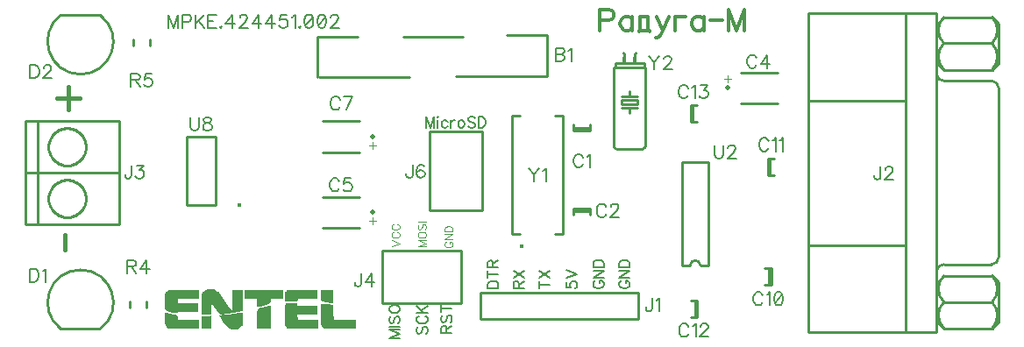
<source format=gbr>
G04 DipTrace 2.4.0.2*
%INÂåðõíÿÿìàðêèðîâêà.gbr*%
%MOIN*%
%ADD10C,0.0098*%
%ADD12C,0.003*%
%ADD14C,0.0197*%
%ADD37C,0.0154*%
%ADD104C,0.0077*%
%ADD105C,0.0062*%
%ADD107C,0.0124*%
%ADD108C,0.0046*%
%FSLAX44Y44*%
G04*
G70*
G90*
G75*
G01*
%LNTopSilk*%
%LPD*%
X18530Y15562D2*
D10*
X20813D1*
X22467Y15601D2*
X24002D1*
Y14066D1*
X20538D2*
X23963D1*
X15262Y15562D2*
X16798D1*
X15341Y14027D2*
X18766D1*
X15262Y15562D2*
Y14027D1*
X25643Y12070D2*
X25014D1*
X25643Y11995D2*
X25014D1*
X25643D2*
Y12231D1*
X25014Y11995D2*
Y12231D1*
Y8929D2*
X25643D1*
X25014Y9004D2*
X25643D1*
X25014D2*
Y8768D1*
X25643Y9004D2*
Y8768D1*
X31358Y14193D2*
X32776D1*
X31358Y13012D2*
X32776D1*
D14*
X30866Y13602D3*
X16878Y8284D2*
D10*
X15460D1*
X16878Y9465D2*
X15460D1*
D14*
X17370Y8875D3*
X16884Y11159D2*
D10*
X15467D1*
X16884Y12340D2*
X15467D1*
D14*
X17376Y11750D3*
X32448Y6752D2*
D10*
Y6123D1*
X32523Y6752D2*
Y6123D1*
Y6752D2*
X32287D1*
X32523Y6123D2*
X32287D1*
X32475Y10299D2*
Y10928D1*
X32401Y10299D2*
Y10928D1*
Y10299D2*
X32637D1*
X32401Y10928D2*
X32637D1*
X29622Y5513D2*
Y4884D1*
X29696Y5513D2*
Y4884D1*
Y5513D2*
X29460D1*
X29696Y4884D2*
X29460D1*
X29546Y12310D2*
Y12939D1*
X29472Y12310D2*
Y12939D1*
Y12310D2*
X29707D1*
X29472Y12939D2*
X29707D1*
X7015Y4437D2*
X5516D1*
X7018Y4439D2*
G03X5513Y4439I-752J998D01*
G01*
X5516Y16374D2*
X7015D1*
X5513Y16372D2*
G03X7018Y16372I752J-998D01*
G01*
X27455Y4812D2*
X21456D1*
Y5812D1*
X27455D1*
Y4812D1*
X40924Y5458D2*
G03X40924Y6464I-523J503D01*
G01*
Y4463D2*
G03X40924Y5458I-508J497D01*
G01*
X39091D2*
G03X39091Y4463I483J-497D01*
G01*
Y6464D2*
G03X39091Y5458I498J-503D01*
G01*
X40924Y15304D2*
G03X40924Y16298I-508J497D01*
G01*
Y14297D2*
G03X40924Y15304I-523J503D01*
G01*
X39091D2*
G03X39091Y14297I498J-503D01*
G01*
Y16298D2*
G03X39091Y15304I483J-497D01*
G01*
X40902Y6888D2*
G03X41178Y7167I-6J281D01*
G01*
X39091Y6888D2*
G03X38816Y6622I-14J-261D01*
G01*
X41178Y13594D2*
G03X40902Y13873I-281J-2D01*
G01*
X38816Y14140D2*
G03X39091Y13873I261J-6D01*
G01*
Y6464D2*
X38838Y6209D1*
X39091Y6464D2*
X40924D1*
X41178Y6209D1*
Y4706D1*
X40924Y4463D1*
X40424D2*
X40504D1*
X39091D2*
X40924D1*
X38838Y4706D2*
X39091Y4463D1*
Y5458D2*
X40924D1*
X39091Y16298D2*
X38838Y16056D1*
X39091Y16298D2*
X40924D1*
X41178Y16056D1*
Y14552D1*
X40924Y14297D1*
X40424D2*
X40504D1*
X39091D2*
X40924D1*
X38838Y14552D2*
X39091Y14297D1*
Y15304D2*
X40924D1*
X39091Y6888D2*
X40902D1*
X39091Y13873D2*
X40902D1*
X33933Y13133D2*
X37635D1*
X38816Y16444D2*
Y4318D1*
X33933Y7628D2*
X37635D1*
X33933Y16444D2*
Y4318D1*
X41178Y13594D2*
Y7167D1*
X33933Y16444D2*
X38816D1*
X33933Y4318D2*
X38816D1*
X37635Y16444D2*
Y4318D1*
X4181Y8409D2*
X7724D1*
Y12346D1*
X4181D1*
Y8409D1*
X4653D2*
Y12307D1*
X4220Y10378D2*
X7685D1*
X5047Y9395D2*
X5049Y9444D1*
X5054Y9494D1*
X5063Y9542D1*
X5075Y9591D1*
X5090Y9638D1*
X5108Y9684D1*
X5130Y9728D1*
X5155Y9771D1*
X5182Y9812D1*
X5213Y9851D1*
X5246Y9888D1*
X5282Y9922D1*
X5319Y9954D1*
X5359Y9983D1*
X5401Y10010D1*
X5445Y10033D1*
X5490Y10053D1*
X5537Y10070D1*
X5584Y10084D1*
X5633Y10094D1*
X5682Y10101D1*
X5731Y10104D1*
X5780D1*
X5830Y10101D1*
X5879Y10094D1*
X5927Y10084D1*
X5975Y10070D1*
X6021Y10053D1*
X6066Y10033D1*
X6110Y10010D1*
X6152Y9983D1*
X6192Y9954D1*
X6230Y9922D1*
X6266Y9888D1*
X6299Y9851D1*
X6329Y9812D1*
X6357Y9771D1*
X6381Y9728D1*
X6403Y9684D1*
X6422Y9638D1*
X6437Y9591D1*
X6449Y9542D1*
X6458Y9494D1*
X6463Y9444D1*
X6464Y9395D1*
X6463Y9345D1*
X6458Y9296D1*
X6449Y9247D1*
X6437Y9199D1*
X6422Y9152D1*
X6403Y9106D1*
X6381Y9062D1*
X6357Y9019D1*
X6329Y8978D1*
X6299Y8939D1*
X6266Y8902D1*
X6230Y8867D1*
X6192Y8836D1*
X6152Y8806D1*
X6110Y8780D1*
X6066Y8757D1*
X6021Y8737D1*
X5975Y8720D1*
X5927Y8706D1*
X5879Y8696D1*
X5830Y8689D1*
X5780Y8685D1*
X5731D1*
X5682Y8689D1*
X5633Y8696D1*
X5584Y8706D1*
X5537Y8720D1*
X5490Y8737D1*
X5445Y8757D1*
X5401Y8780D1*
X5359Y8806D1*
X5319Y8836D1*
X5282Y8867D1*
X5246Y8902D1*
X5213Y8939D1*
X5182Y8978D1*
X5155Y9019D1*
X5130Y9062D1*
X5108Y9106D1*
X5090Y9152D1*
X5075Y9199D1*
X5063Y9247D1*
X5054Y9296D1*
X5049Y9345D1*
X5047Y9395D1*
Y11363D2*
X5049Y11413D1*
X5054Y11462D1*
X5063Y11511D1*
X5075Y11559D1*
X5090Y11606D1*
X5108Y11652D1*
X5130Y11697D1*
X5155Y11740D1*
X5182Y11781D1*
X5213Y11820D1*
X5246Y11856D1*
X5282Y11891D1*
X5319Y11923D1*
X5359Y11952D1*
X5401Y11978D1*
X5445Y12001D1*
X5490Y12022D1*
X5537Y12038D1*
X5584Y12052D1*
X5633Y12062D1*
X5682Y12069D1*
X5731Y12073D1*
X5780D1*
X5830Y12069D1*
X5879Y12062D1*
X5927Y12052D1*
X5975Y12038D1*
X6021Y12022D1*
X6066Y12001D1*
X6110Y11978D1*
X6152Y11952D1*
X6192Y11923D1*
X6230Y11891D1*
X6266Y11856D1*
X6299Y11820D1*
X6329Y11781D1*
X6357Y11740D1*
X6381Y11697D1*
X6403Y11652D1*
X6422Y11606D1*
X6437Y11559D1*
X6449Y11511D1*
X6458Y11462D1*
X6463Y11413D1*
X6464Y11363D1*
X6463Y11314D1*
X6458Y11265D1*
X6449Y11216D1*
X6437Y11168D1*
X6422Y11121D1*
X6403Y11075D1*
X6381Y11030D1*
X6357Y10987D1*
X6329Y10946D1*
X6299Y10907D1*
X6266Y10870D1*
X6230Y10836D1*
X6192Y10804D1*
X6152Y10775D1*
X6110Y10749D1*
X6066Y10725D1*
X6021Y10705D1*
X5975Y10688D1*
X5927Y10675D1*
X5879Y10664D1*
X5830Y10657D1*
X5780Y10654D1*
X5731D1*
X5682Y10657D1*
X5633Y10664D1*
X5584Y10675D1*
X5537Y10688D1*
X5490Y10705D1*
X5445Y10725D1*
X5401Y10749D1*
X5359Y10775D1*
X5319Y10804D1*
X5282Y10836D1*
X5246Y10870D1*
X5213Y10907D1*
X5182Y10946D1*
X5155Y10987D1*
X5130Y11030D1*
X5108Y11075D1*
X5090Y11121D1*
X5075Y11168D1*
X5063Y11216D1*
X5054Y11265D1*
X5049Y11314D1*
X5047Y11363D1*
X20736Y5429D2*
X17736D1*
Y7429D1*
X20736D1*
Y5429D1*
X21539Y11957D2*
X19539D1*
Y8957D1*
X21539D1*
Y11957D1*
X8768Y5245D2*
Y5481D1*
X8139Y5245D2*
Y5481D1*
X8264Y15441D2*
Y15206D1*
X8893Y15441D2*
Y15206D1*
X30152Y6844D2*
Y10780D1*
X29128Y6844D2*
Y10780D1*
X30152D2*
X29128D1*
X30152Y6844D2*
X29837D1*
X29443D2*
X29128D1*
X29837D2*
G03X29443Y6844I-197J0D01*
G01*
D37*
X12302Y9165D3*
X11410Y9155D2*
D10*
Y11753D1*
X10308Y9155D2*
Y11753D1*
X11410D2*
X10308D1*
X11410Y9155D2*
X10308D1*
D37*
X23026Y7572D3*
X22971Y8063D2*
D10*
X22676D1*
X24605Y12551D2*
X24310D1*
X24605Y8063D2*
Y12551D1*
Y8063D2*
X24310D1*
X22971Y12551D2*
X22676D1*
Y8063D2*
Y12551D1*
X27691Y14537D2*
X26591D1*
X26641Y11287D2*
G02X26541Y11387I0J100D01*
G01*
X27741D2*
G02X27641Y11287I-100J0D01*
G01*
X26641D1*
X26591Y14537D2*
Y14387D1*
X26541D2*
X26591D1*
X26541D2*
Y11387D1*
X27691Y14537D2*
Y14387D1*
X27741D2*
X27691D1*
X27741D2*
Y11387D1*
X26591Y14387D2*
X27691D1*
G36*
X27021Y14787D2*
X26861D1*
Y14557D1*
X27021D1*
Y14787D1*
G37*
G36*
X27421D2*
X27261D1*
Y14557D1*
X27421D1*
Y14787D1*
G37*
X26944Y14892D2*
D10*
X26941Y14737D1*
X27341Y14887D2*
Y14787D1*
X26944Y14892D2*
X26905Y14951D1*
X27377D2*
X27338Y14892D1*
X27441Y12987D2*
Y13137D1*
X26841D2*
X27441D1*
X26841D2*
Y12987D1*
X27441D2*
X26841D1*
X27441Y12837D2*
X27141D1*
X27441Y13287D2*
X27141D1*
Y13487D1*
Y13287D2*
X26841D1*
X27141Y12837D2*
Y12637D1*
Y12837D2*
X26841D1*
X11094Y5954D2*
D12*
X11304D1*
X9598Y5924D2*
X10735D1*
X11027D2*
X11359D1*
X12052D2*
X12411D1*
X12501D2*
X13937D1*
X14117D2*
X15254D1*
X15403D2*
X15852D1*
X9559Y5894D2*
X10735D1*
X10972D2*
X11409D1*
X12052D2*
X12411D1*
X12501D2*
X13937D1*
X14088D2*
X15254D1*
X15403D2*
X15852D1*
X9530Y5865D2*
X10735D1*
X10933D2*
X11452D1*
X12052D2*
X12411D1*
X12501D2*
X13937D1*
X14063D2*
X15254D1*
X15403D2*
X15852D1*
X9508Y5835D2*
X10735D1*
X10903D2*
X11488D1*
X12052D2*
X12411D1*
X12501D2*
X13937D1*
X14045D2*
X15254D1*
X15403D2*
X15852D1*
X9494Y5805D2*
X10735D1*
X10889D2*
X11516D1*
X12052D2*
X12411D1*
X12501D2*
X13937D1*
X14035D2*
X15254D1*
X15403D2*
X15852D1*
X9485Y5775D2*
X10735D1*
X10877D2*
X11541D1*
X12052D2*
X12411D1*
X12501D2*
X13937D1*
X14030D2*
X15254D1*
X15403D2*
X15852D1*
X9481Y5745D2*
X10735D1*
X10867D2*
X11562D1*
X12052D2*
X12411D1*
X12501D2*
X13937D1*
X14028D2*
X15254D1*
X15403D2*
X15852D1*
X9480Y5715D2*
X10735D1*
X10861D2*
X11584D1*
X12052D2*
X12411D1*
X12501D2*
X13937D1*
X14027D2*
X15254D1*
X15403D2*
X15852D1*
X9479Y5685D2*
X10735D1*
X10857D2*
X11607D1*
X12052D2*
X12411D1*
X12501D2*
X13937D1*
X14027D2*
X15254D1*
X15403D2*
X15852D1*
X9479Y5655D2*
X10735D1*
X10856D2*
X11629D1*
X12052D2*
X12411D1*
X12501D2*
X13937D1*
X14027D2*
X15254D1*
X15403D2*
X15852D1*
X9479Y5625D2*
X10735D1*
X10855D2*
X11647D1*
X12052D2*
X12411D1*
X12501D2*
X13937D1*
X14027D2*
X15254D1*
X15403D2*
X15852D1*
X9479Y5595D2*
X9953D1*
X10855D2*
X11661D1*
X12052D2*
X12411D1*
X12980D2*
X13458D1*
X14027D2*
X14501D1*
X15403D2*
X15852D1*
X9479Y5565D2*
X9945D1*
X10855D2*
X11677D1*
X12052D2*
X12411D1*
X12980D2*
X13458D1*
X14027D2*
X14493D1*
X15404D2*
X15852D1*
X9479Y5535D2*
X9938D1*
X10855D2*
X11695D1*
X12052D2*
X12411D1*
X12980D2*
X13458D1*
X14027D2*
X14484D1*
X15415D2*
X15852D1*
X9479Y5506D2*
X9932D1*
X10855D2*
X11714D1*
X12052D2*
X12411D1*
X12980D2*
X13458D1*
X14027D2*
X14476D1*
X15484D2*
X15852D1*
X9479Y5476D2*
X9930D1*
X10855D2*
X11734D1*
X12052D2*
X12411D1*
X12980D2*
X13457D1*
X15606D2*
X15852D1*
X9479Y5446D2*
X9928D1*
X10855D2*
X11757D1*
X12052D2*
X12411D1*
X12980D2*
X13445D1*
X15762D2*
X15852D1*
X9479Y5416D2*
X10706D1*
X10855D2*
X11780D1*
X12052D2*
X12411D1*
X12980D2*
X13394D1*
X14087D2*
X14476D1*
X9479Y5386D2*
X10706D1*
X10855D2*
X11801D1*
X12052D2*
X12411D1*
X12980D2*
X13313D1*
X14059D2*
X14476D1*
X15403D2*
X15672D1*
X9479Y5356D2*
X10706D1*
X10855D2*
X11214D1*
X11310D2*
X11822D1*
X12052D2*
X12411D1*
X12980D2*
X13211D1*
X14039D2*
X14476D1*
X15403D2*
X15852D1*
X9479Y5326D2*
X10706D1*
X10855D2*
X11214D1*
X11322D2*
X11843D1*
X12052D2*
X12411D1*
X12980D2*
X13099D1*
X13428D2*
X13458D1*
X14032D2*
X15254D1*
X15403D2*
X15852D1*
X9479Y5296D2*
X10706D1*
X10855D2*
X11214D1*
X11341D2*
X11864D1*
X12052D2*
X12411D1*
X13298D2*
X13458D1*
X14029D2*
X15254D1*
X15403D2*
X15852D1*
X9479Y5266D2*
X10706D1*
X10855D2*
X11214D1*
X11362D2*
X11888D1*
X12052D2*
X12411D1*
X13182D2*
X13458D1*
X14028D2*
X15254D1*
X15403D2*
X15852D1*
X9479Y5236D2*
X10706D1*
X10855D2*
X11214D1*
X11383D2*
X11919D1*
X12052D2*
X12411D1*
X13092D2*
X13458D1*
X14027D2*
X15254D1*
X15403D2*
X15852D1*
X9480Y5206D2*
X10706D1*
X10855D2*
X11214D1*
X11403D2*
X11949D1*
X12051D2*
X12411D1*
X13024D2*
X13458D1*
X14027D2*
X15254D1*
X15403D2*
X15852D1*
X9492Y5176D2*
X10706D1*
X10855D2*
X11214D1*
X11424D2*
X11976D1*
X12046D2*
X12411D1*
X12997D2*
X13458D1*
X14027D2*
X15254D1*
X15403D2*
X15852D1*
X9549Y5146D2*
X10706D1*
X10855D2*
X11214D1*
X11445D2*
X11999D1*
X12036D2*
X12411D1*
X12988D2*
X13458D1*
X14027D2*
X15254D1*
X15403D2*
X15852D1*
X9639Y5117D2*
X10706D1*
X10855D2*
X11214D1*
X11470D2*
X12233D1*
X12983D2*
X13458D1*
X14027D2*
X15254D1*
X15403D2*
X15852D1*
X9748Y5087D2*
X9928D1*
X10855D2*
X11214D1*
X11501D2*
X12041D1*
X12981D2*
X13458D1*
X14027D2*
X15254D1*
X15403D2*
X15852D1*
X9479Y5057D2*
X9509D1*
X10855D2*
X11214D1*
X11537D2*
X11828D1*
X12291D2*
X12411D1*
X12980D2*
X13458D1*
X14027D2*
X15254D1*
X15403D2*
X15852D1*
X9479Y5027D2*
X9659D1*
X10855D2*
X11214D1*
X11573D2*
X11603D1*
X12107D2*
X12411D1*
X12980D2*
X13458D1*
X14027D2*
X15254D1*
X15403D2*
X15852D1*
X9479Y4997D2*
X9779D1*
X11917D2*
X12411D1*
X12980D2*
X13458D1*
X14027D2*
X14476D1*
X15403D2*
X15852D1*
X9479Y4967D2*
X9869D1*
X11728D2*
X12411D1*
X12980D2*
X13458D1*
X14027D2*
X14476D1*
X15403D2*
X15852D1*
X9479Y4937D2*
X9905D1*
X11214D2*
D3*
X11543D2*
X12411D1*
X12980D2*
X13458D1*
X14027D2*
X14477D1*
X15403D2*
X15853D1*
X9479Y4907D2*
X9922D1*
X10855D2*
X11214D1*
X11572D2*
X12411D1*
X12980D2*
X13458D1*
X14027D2*
X14481D1*
X15403D2*
X15857D1*
X9479Y4877D2*
X9935D1*
X10855D2*
X11214D1*
X11597D2*
X12411D1*
X12980D2*
X13458D1*
X14027D2*
X14488D1*
X15403D2*
X15864D1*
X9479Y4847D2*
X9946D1*
X10855D2*
X11214D1*
X11616D2*
X12411D1*
X12980D2*
X13458D1*
X14027D2*
X14495D1*
X15403D2*
X15872D1*
X9479Y4817D2*
X9953D1*
X10855D2*
X11214D1*
X11631D2*
X12411D1*
X12980D2*
X13458D1*
X14027D2*
X14501D1*
X15403D2*
X15878D1*
X9479Y4787D2*
X10735D1*
X10855D2*
X11214D1*
X11647D2*
X12411D1*
X12980D2*
X13458D1*
X14027D2*
X15283D1*
X15403D2*
X16690D1*
X9479Y4757D2*
X10735D1*
X10855D2*
X11214D1*
X11665D2*
X12411D1*
X12980D2*
X13458D1*
X14027D2*
X15283D1*
X15403D2*
X16690D1*
X9479Y4728D2*
X10735D1*
X10855D2*
X11214D1*
X11684D2*
X12411D1*
X12980D2*
X13458D1*
X14027D2*
X15283D1*
X15403D2*
X16690D1*
X9479Y4698D2*
X10735D1*
X10855D2*
X11214D1*
X11704D2*
X12411D1*
X12980D2*
X13458D1*
X14027D2*
X15283D1*
X15403D2*
X16690D1*
X9480Y4668D2*
X10735D1*
X10855D2*
X11214D1*
X11727D2*
X12411D1*
X12980D2*
X13458D1*
X14027D2*
X15283D1*
X15403D2*
X16690D1*
X9484Y4638D2*
X10735D1*
X10855D2*
X11214D1*
X11750D2*
X12411D1*
X12980D2*
X13458D1*
X14028D2*
X15283D1*
X15404D2*
X16690D1*
X9492Y4608D2*
X10735D1*
X10855D2*
X11214D1*
X11772D2*
X12411D1*
X12980D2*
X13458D1*
X14033D2*
X15283D1*
X15409D2*
X16690D1*
X9505Y4578D2*
X10735D1*
X10855D2*
X11214D1*
X11795D2*
X12351D1*
X12980D2*
X13458D1*
X14045D2*
X15283D1*
X15422D2*
X16690D1*
X9522Y4548D2*
X10735D1*
X10855D2*
X11214D1*
X11825D2*
X12333D1*
X12980D2*
X13458D1*
X14065D2*
X15283D1*
X15441D2*
X16690D1*
X9544Y4518D2*
X10735D1*
X10855D2*
X11214D1*
X11869D2*
X12302D1*
X12980D2*
X13458D1*
X14090D2*
X15283D1*
X15466D2*
X16690D1*
X9569Y4488D2*
X10735D1*
X10855D2*
X11214D1*
X11927D2*
X12256D1*
X12980D2*
X13458D1*
X14117D2*
X15283D1*
X15493D2*
X16690D1*
X11992Y4458D2*
X12202D1*
X11094Y5954D2*
X11027Y5924D1*
X10972Y5894D1*
X10933Y5865D1*
X10903Y5835D1*
X10889Y5805D1*
X10877Y5775D1*
X10867Y5745D1*
X10861Y5715D1*
X10857Y5685D1*
X10856Y5655D1*
X10855Y5625D1*
Y5595D1*
Y5565D1*
Y5535D1*
Y5506D1*
Y5476D1*
Y5446D1*
Y5416D1*
Y5386D1*
Y5356D1*
Y5326D1*
Y5296D1*
Y5266D1*
Y5236D1*
Y5206D1*
Y5176D1*
Y5146D1*
Y5117D1*
Y5087D1*
Y5057D1*
Y5027D1*
X11304Y5954D2*
X11359Y5924D1*
X11409Y5894D1*
X11452Y5865D1*
X11488Y5835D1*
X11516Y5805D1*
X11541Y5775D1*
X11562Y5745D1*
X11584Y5715D1*
X11607Y5685D1*
X11629Y5655D1*
X11647Y5625D1*
X11661Y5595D1*
X11677Y5565D1*
X11695Y5535D1*
X11714Y5506D1*
X11734Y5476D1*
X11757Y5446D1*
X11780Y5416D1*
X11801Y5386D1*
X11822Y5356D1*
X11843Y5326D1*
X11864Y5296D1*
X11888Y5266D1*
X11919Y5236D1*
X11949Y5206D1*
X11976Y5176D1*
X11999Y5146D1*
X12022Y5117D1*
X9598Y5924D2*
X9559Y5894D1*
X9530Y5865D1*
X9508Y5835D1*
X9494Y5805D1*
X9485Y5775D1*
X9481Y5745D1*
X9480Y5715D1*
X9479Y5685D1*
Y5655D1*
Y5625D1*
Y5595D1*
Y5565D1*
Y5535D1*
Y5506D1*
Y5476D1*
Y5446D1*
Y5416D1*
Y5386D1*
Y5356D1*
Y5326D1*
Y5296D1*
Y5266D1*
Y5236D1*
X9480Y5206D1*
X9492Y5176D1*
X9549Y5146D1*
X9639Y5117D1*
X9748Y5087D1*
X10735Y5924D2*
Y5894D1*
Y5865D1*
Y5835D1*
Y5805D1*
Y5775D1*
Y5745D1*
Y5715D1*
Y5685D1*
Y5655D1*
Y5625D1*
X12052Y5924D2*
Y5894D1*
Y5865D1*
Y5835D1*
Y5805D1*
Y5775D1*
Y5745D1*
Y5715D1*
Y5685D1*
Y5655D1*
Y5625D1*
Y5595D1*
Y5565D1*
Y5535D1*
Y5506D1*
Y5476D1*
Y5446D1*
Y5416D1*
Y5386D1*
Y5356D1*
Y5326D1*
Y5296D1*
Y5266D1*
Y5236D1*
X12051Y5206D1*
X12046Y5176D1*
X12036Y5146D1*
X12022Y5117D1*
X12411Y5924D2*
Y5894D1*
Y5865D1*
Y5835D1*
Y5805D1*
Y5775D1*
Y5745D1*
Y5715D1*
Y5685D1*
Y5655D1*
Y5625D1*
Y5595D1*
Y5565D1*
Y5535D1*
Y5506D1*
Y5476D1*
Y5446D1*
Y5416D1*
Y5386D1*
Y5356D1*
Y5326D1*
Y5296D1*
Y5266D1*
Y5236D1*
Y5206D1*
Y5176D1*
Y5146D1*
X12233Y5117D1*
X12041Y5087D1*
X11828Y5057D1*
X11603Y5027D1*
X12501Y5924D2*
Y5894D1*
Y5865D1*
Y5835D1*
Y5805D1*
Y5775D1*
Y5745D1*
Y5715D1*
Y5685D1*
Y5655D1*
Y5625D1*
X13937Y5924D2*
Y5894D1*
Y5865D1*
Y5835D1*
Y5805D1*
Y5775D1*
Y5745D1*
Y5715D1*
Y5685D1*
Y5655D1*
Y5625D1*
X14117Y5924D2*
X14088Y5894D1*
X14063Y5865D1*
X14045Y5835D1*
X14035Y5805D1*
X14030Y5775D1*
X14028Y5745D1*
X14027Y5715D1*
Y5685D1*
Y5655D1*
Y5625D1*
Y5595D1*
Y5565D1*
Y5535D1*
Y5506D1*
X15254Y5924D2*
Y5894D1*
Y5865D1*
Y5835D1*
Y5805D1*
Y5775D1*
Y5745D1*
Y5715D1*
Y5685D1*
Y5655D1*
Y5625D1*
X15403Y5924D2*
Y5894D1*
Y5865D1*
Y5835D1*
Y5805D1*
Y5775D1*
Y5745D1*
Y5715D1*
Y5685D1*
Y5655D1*
Y5625D1*
Y5595D1*
X15404Y5565D1*
X15415Y5535D1*
X15484Y5506D1*
X15606Y5476D1*
X15762Y5446D1*
X15852Y5924D2*
Y5894D1*
Y5865D1*
Y5835D1*
Y5805D1*
Y5775D1*
Y5745D1*
Y5715D1*
Y5685D1*
Y5655D1*
Y5625D1*
Y5595D1*
Y5565D1*
Y5535D1*
Y5506D1*
Y5476D1*
Y5446D1*
X9957Y5625D2*
X9953Y5595D1*
X9945Y5565D1*
X9938Y5535D1*
X9932Y5506D1*
X9930Y5476D1*
X9928Y5446D1*
Y5416D1*
X12980Y5625D2*
Y5595D1*
Y5565D1*
Y5535D1*
Y5506D1*
Y5476D1*
Y5446D1*
Y5416D1*
Y5386D1*
Y5356D1*
Y5326D1*
X13458Y5625D2*
Y5595D1*
Y5565D1*
Y5535D1*
Y5506D1*
X13457Y5476D1*
X13445Y5446D1*
X13394Y5416D1*
X13313Y5386D1*
X13211Y5356D1*
X13099Y5326D1*
X14506Y5625D2*
X14501Y5595D1*
X14493Y5565D1*
X14484Y5535D1*
X14476Y5506D1*
X10706Y5416D2*
Y5386D1*
Y5356D1*
Y5326D1*
Y5296D1*
Y5266D1*
Y5236D1*
Y5206D1*
Y5176D1*
Y5146D1*
Y5117D1*
X14087Y5416D2*
X14059Y5386D1*
X14039Y5356D1*
X14032Y5326D1*
X14029Y5296D1*
X14028Y5266D1*
X14027Y5236D1*
Y5206D1*
Y5176D1*
Y5146D1*
Y5117D1*
Y5087D1*
Y5057D1*
Y5027D1*
Y4997D1*
Y4967D1*
Y4937D1*
Y4907D1*
Y4877D1*
Y4847D1*
Y4817D1*
Y4787D1*
Y4757D1*
Y4728D1*
Y4698D1*
Y4668D1*
X14028Y4638D1*
X14033Y4608D1*
X14045Y4578D1*
X14065Y4548D1*
X14090Y4518D1*
X14117Y4488D1*
X14476Y5416D2*
Y5386D1*
Y5356D1*
Y5326D1*
X15403Y5386D2*
Y5356D1*
Y5326D1*
Y5296D1*
Y5266D1*
Y5236D1*
Y5206D1*
Y5176D1*
Y5146D1*
Y5117D1*
Y5087D1*
Y5057D1*
Y5027D1*
Y4997D1*
Y4967D1*
Y4937D1*
Y4907D1*
Y4877D1*
Y4847D1*
Y4817D1*
Y4787D1*
Y4757D1*
Y4728D1*
Y4698D1*
Y4668D1*
X15404Y4638D1*
X15409Y4608D1*
X15422Y4578D1*
X15441Y4548D1*
X15466Y4518D1*
X15493Y4488D1*
X15672Y5386D2*
X15852Y5356D1*
Y5326D1*
Y5296D1*
Y5266D1*
Y5236D1*
Y5206D1*
Y5176D1*
Y5146D1*
Y5117D1*
Y5087D1*
Y5057D1*
Y5027D1*
Y4997D1*
Y4967D1*
X15853Y4937D1*
X15857Y4907D1*
X15864Y4877D1*
X15872Y4847D1*
X15878Y4817D1*
X15882Y4787D1*
X11214Y5386D2*
Y5356D1*
Y5326D1*
Y5296D1*
Y5266D1*
Y5236D1*
Y5206D1*
Y5176D1*
Y5146D1*
Y5117D1*
Y5087D1*
Y5057D1*
Y5027D1*
X11304Y5386D2*
X11310Y5356D1*
X11322Y5326D1*
X11341Y5296D1*
X11362Y5266D1*
X11383Y5236D1*
X11403Y5206D1*
X11424Y5176D1*
X11445Y5146D1*
X11470Y5117D1*
X11501Y5087D1*
X11537Y5057D1*
X11573Y5027D1*
X13428Y5326D2*
X13298Y5296D1*
X13182Y5266D1*
X13092Y5236D1*
X13024Y5206D1*
X12997Y5176D1*
X12988Y5146D1*
X12983Y5117D1*
X12981Y5087D1*
X12980Y5057D1*
Y5027D1*
Y4997D1*
Y4967D1*
Y4937D1*
Y4907D1*
Y4877D1*
Y4847D1*
Y4817D1*
Y4787D1*
Y4757D1*
Y4728D1*
Y4698D1*
Y4668D1*
Y4638D1*
Y4608D1*
Y4578D1*
Y4548D1*
Y4518D1*
Y4488D1*
X13458Y5326D2*
Y5296D1*
Y5266D1*
Y5236D1*
Y5206D1*
Y5176D1*
Y5146D1*
Y5117D1*
Y5087D1*
Y5057D1*
Y5027D1*
Y4997D1*
Y4967D1*
Y4937D1*
Y4907D1*
Y4877D1*
Y4847D1*
Y4817D1*
Y4787D1*
Y4757D1*
Y4728D1*
Y4698D1*
Y4668D1*
Y4638D1*
Y4608D1*
Y4578D1*
Y4548D1*
Y4518D1*
Y4488D1*
X15254Y5326D2*
Y5296D1*
Y5266D1*
Y5236D1*
Y5206D1*
Y5176D1*
Y5146D1*
Y5117D1*
Y5087D1*
Y5057D1*
Y5027D1*
X9957Y5117D2*
X9928Y5087D1*
X9479Y5057D2*
Y5027D1*
Y4997D1*
Y4967D1*
Y4937D1*
Y4907D1*
Y4877D1*
Y4847D1*
Y4817D1*
Y4787D1*
Y4757D1*
Y4728D1*
Y4698D1*
X9480Y4668D1*
X9484Y4638D1*
X9492Y4608D1*
X9505Y4578D1*
X9522Y4548D1*
X9544Y4518D1*
X9569Y4488D1*
X9509Y5057D2*
X9659Y5027D1*
X9779Y4997D1*
X9869Y4967D1*
X9905Y4937D1*
X9922Y4907D1*
X9935Y4877D1*
X9946Y4847D1*
X9953Y4817D1*
X9957Y4787D1*
X12291Y5057D2*
X12107Y5027D1*
X11917Y4997D1*
X11728Y4967D1*
X11543Y4937D1*
X11572Y4907D1*
X11597Y4877D1*
X11616Y4847D1*
X11631Y4817D1*
X11647Y4787D1*
X11665Y4757D1*
X11684Y4728D1*
X11704Y4698D1*
X11727Y4668D1*
X11750Y4638D1*
X11772Y4608D1*
X11795Y4578D1*
X11825Y4548D1*
X11869Y4518D1*
X11927Y4488D1*
X11992Y4458D1*
X12411Y5057D2*
Y5027D1*
Y4997D1*
Y4967D1*
Y4937D1*
Y4907D1*
Y4877D1*
Y4847D1*
Y4817D1*
Y4787D1*
Y4757D1*
Y4728D1*
Y4698D1*
Y4668D1*
Y4638D1*
Y4608D1*
Y4578D1*
X12351D1*
X12333Y4548D1*
X12302Y4518D1*
X12256Y4488D1*
X12202Y4458D1*
X14476Y5027D2*
Y4997D1*
Y4967D1*
X14477Y4937D1*
X14481Y4907D1*
X14488Y4877D1*
X14495Y4847D1*
X14501Y4817D1*
X14506Y4787D1*
X11214Y4937D2*
Y4907D1*
X10855D2*
Y4877D1*
Y4847D1*
Y4817D1*
Y4787D1*
Y4757D1*
Y4728D1*
Y4698D1*
Y4668D1*
Y4638D1*
Y4608D1*
Y4578D1*
Y4548D1*
Y4518D1*
Y4488D1*
X11214Y4907D2*
Y4877D1*
Y4847D1*
Y4817D1*
Y4787D1*
Y4757D1*
Y4728D1*
Y4698D1*
Y4668D1*
Y4638D1*
Y4608D1*
Y4578D1*
Y4548D1*
Y4518D1*
Y4488D1*
X10735Y4787D2*
Y4757D1*
Y4728D1*
Y4698D1*
Y4668D1*
Y4638D1*
Y4608D1*
Y4578D1*
Y4548D1*
Y4518D1*
Y4488D1*
X15283Y4787D2*
Y4757D1*
Y4728D1*
Y4698D1*
Y4668D1*
Y4638D1*
Y4608D1*
Y4578D1*
Y4548D1*
Y4518D1*
Y4488D1*
X16690Y4787D2*
Y4757D1*
Y4728D1*
Y4698D1*
Y4668D1*
Y4638D1*
Y4608D1*
Y4578D1*
Y4548D1*
Y4518D1*
Y4488D1*
X24328Y15125D2*
D104*
Y14623D1*
X24544D1*
X24616Y14647D1*
X24639Y14671D1*
X24663Y14718D1*
Y14790D1*
X24639Y14838D1*
X24616Y14862D1*
X24544Y14886D1*
X24616Y14910D1*
X24639Y14934D1*
X24663Y14982D1*
Y15030D1*
X24639Y15077D1*
X24616Y15102D1*
X24544Y15125D1*
X24328D1*
Y14886D2*
X24544D1*
X24818Y15029D2*
X24866Y15053D1*
X24938Y15125D1*
Y14623D1*
X25368Y10963D2*
X25344Y11011D1*
X25296Y11059D1*
X25249Y11083D1*
X25153D1*
X25105Y11059D1*
X25057Y11011D1*
X25033Y10963D1*
X25009Y10891D1*
Y10771D1*
X25033Y10700D1*
X25057Y10652D1*
X25105Y10605D1*
X25153Y10580D1*
X25249D1*
X25296Y10605D1*
X25344Y10652D1*
X25368Y10700D1*
X25522Y10986D2*
X25570Y11011D1*
X25642Y11082D1*
Y10580D1*
X26249Y9076D2*
X26225Y9123D1*
X26177Y9172D1*
X26130Y9195D1*
X26034D1*
X25986Y9172D1*
X25939Y9123D1*
X25914Y9076D1*
X25890Y9004D1*
Y8884D1*
X25914Y8813D1*
X25939Y8765D1*
X25986Y8717D1*
X26034Y8693D1*
X26130D1*
X26177Y8717D1*
X26225Y8765D1*
X26249Y8813D1*
X26428Y9075D2*
Y9099D1*
X26452Y9147D1*
X26475Y9171D1*
X26523Y9195D1*
X26619D1*
X26667Y9171D1*
X26690Y9147D1*
X26715Y9099D1*
Y9052D1*
X26690Y9004D1*
X26643Y8932D1*
X26404Y8693D1*
X26738D1*
X31970Y14747D2*
X31946Y14794D1*
X31898Y14842D1*
X31851Y14866D1*
X31755D1*
X31707Y14842D1*
X31659Y14794D1*
X31635Y14747D1*
X31611Y14675D1*
Y14555D1*
X31635Y14484D1*
X31659Y14436D1*
X31707Y14388D1*
X31755Y14364D1*
X31851D1*
X31898Y14388D1*
X31946Y14436D1*
X31970Y14484D1*
X32364Y14364D2*
Y14866D1*
X32124Y14531D1*
X32483D1*
X16105Y10050D2*
X16081Y10097D1*
X16033Y10145D1*
X15986Y10169D1*
X15890D1*
X15842Y10145D1*
X15794Y10097D1*
X15770Y10050D1*
X15746Y9978D1*
Y9858D1*
X15770Y9787D1*
X15794Y9739D1*
X15842Y9691D1*
X15890Y9667D1*
X15986D1*
X16033Y9691D1*
X16081Y9739D1*
X16105Y9787D1*
X16546Y10169D2*
X16307D1*
X16284Y9954D1*
X16307Y9977D1*
X16379Y10002D1*
X16451D1*
X16522Y9977D1*
X16571Y9930D1*
X16594Y9858D1*
Y9810D1*
X16571Y9739D1*
X16522Y9690D1*
X16451Y9667D1*
X16379D1*
X16307Y9690D1*
X16284Y9715D1*
X16259Y9762D1*
X16130Y13157D2*
X16106Y13205D1*
X16058Y13253D1*
X16011Y13277D1*
X15915D1*
X15867Y13253D1*
X15820Y13205D1*
X15795Y13157D1*
X15771Y13086D1*
Y12966D1*
X15795Y12894D1*
X15820Y12846D1*
X15867Y12799D1*
X15915Y12774D1*
X16011D1*
X16058Y12799D1*
X16106Y12846D1*
X16130Y12894D1*
X16380Y12774D2*
X16619Y13276D1*
X16285D1*
X32203Y5717D2*
X32179Y5764D1*
X32131Y5812D1*
X32083Y5836D1*
X31988D1*
X31940Y5812D1*
X31892Y5764D1*
X31868Y5717D1*
X31844Y5645D1*
Y5525D1*
X31868Y5454D1*
X31892Y5406D1*
X31940Y5358D1*
X31988Y5334D1*
X32083D1*
X32131Y5358D1*
X32179Y5406D1*
X32203Y5454D1*
X32357Y5740D2*
X32405Y5764D1*
X32477Y5836D1*
Y5334D1*
X32775Y5836D2*
X32703Y5812D1*
X32655Y5740D1*
X32631Y5621D1*
Y5549D1*
X32655Y5429D1*
X32703Y5357D1*
X32775Y5334D1*
X32823D1*
X32894Y5357D1*
X32942Y5429D1*
X32966Y5549D1*
Y5621D1*
X32942Y5740D1*
X32894Y5812D1*
X32823Y5836D1*
X32775D1*
X32942Y5740D2*
X32655Y5429D1*
X32424Y11581D2*
X32400Y11629D1*
X32352Y11677D1*
X32304Y11700D1*
X32209D1*
X32161Y11677D1*
X32113Y11629D1*
X32089Y11581D1*
X32065Y11509D1*
Y11389D1*
X32089Y11318D1*
X32113Y11270D1*
X32161Y11222D1*
X32209Y11198D1*
X32304D1*
X32352Y11222D1*
X32400Y11270D1*
X32424Y11318D1*
X32578Y11604D2*
X32626Y11629D1*
X32698Y11700D1*
Y11198D1*
X32852Y11604D2*
X32901Y11629D1*
X32972Y11700D1*
Y11198D1*
X29383Y4517D2*
X29359Y4565D1*
X29311Y4613D1*
X29263Y4637D1*
X29168D1*
X29120Y4613D1*
X29072Y4565D1*
X29048Y4517D1*
X29024Y4446D1*
Y4326D1*
X29048Y4254D1*
X29072Y4206D1*
X29120Y4159D1*
X29168Y4134D1*
X29263D1*
X29311Y4159D1*
X29359Y4206D1*
X29383Y4254D1*
X29537Y4541D2*
X29585Y4565D1*
X29657Y4636D1*
Y4134D1*
X29836Y4517D2*
Y4541D1*
X29859Y4589D1*
X29883Y4612D1*
X29931Y4636D1*
X30027D1*
X30074Y4612D1*
X30098Y4589D1*
X30123Y4541D1*
Y4493D1*
X30098Y4445D1*
X30051Y4374D1*
X29811Y4134D1*
X30146D1*
X29364Y13594D2*
X29340Y13642D1*
X29292Y13690D1*
X29245Y13713D1*
X29149D1*
X29101Y13690D1*
X29054Y13642D1*
X29029Y13594D1*
X29005Y13522D1*
Y13402D1*
X29029Y13331D1*
X29054Y13283D1*
X29101Y13235D1*
X29149Y13211D1*
X29245D1*
X29292Y13235D1*
X29340Y13283D1*
X29364Y13331D1*
X29519Y13617D2*
X29567Y13642D1*
X29638Y13713D1*
Y13211D1*
X29841Y13713D2*
X30103D1*
X29960Y13522D1*
X30032D1*
X30080Y13498D1*
X30103Y13474D1*
X30128Y13402D1*
Y13355D1*
X30103Y13283D1*
X30056Y13235D1*
X29984Y13211D1*
X29912D1*
X29841Y13235D1*
X29817Y13259D1*
X29793Y13307D1*
X4336Y6732D2*
Y6229D1*
X4504D1*
X4575Y6254D1*
X4624Y6301D1*
X4647Y6349D1*
X4671Y6421D1*
Y6541D1*
X4647Y6612D1*
X4624Y6660D1*
X4575Y6708D1*
X4504Y6732D1*
X4336D1*
X4825Y6636D2*
X4874Y6660D1*
X4945Y6731D1*
Y6229D1*
X4354Y14482D2*
Y13979D1*
X4521D1*
X4593Y14004D1*
X4641Y14051D1*
X4665Y14099D1*
X4689Y14170D1*
Y14290D1*
X4665Y14362D1*
X4641Y14410D1*
X4593Y14458D1*
X4521Y14482D1*
X4354D1*
X4867Y14362D2*
Y14385D1*
X4891Y14434D1*
X4915Y14457D1*
X4963Y14481D1*
X5058D1*
X5106Y14457D1*
X5130Y14434D1*
X5154Y14385D1*
Y14338D1*
X5130Y14290D1*
X5082Y14219D1*
X4843Y13979D1*
X5178D1*
X28001Y5607D2*
Y5224D1*
X27977Y5152D1*
X27953Y5129D1*
X27905Y5104D1*
X27857D1*
X27810Y5129D1*
X27786Y5152D1*
X27762Y5224D1*
Y5272D1*
X28155Y5511D2*
X28204Y5535D1*
X28275Y5606D1*
Y5104D1*
X36681Y10613D2*
Y10231D1*
X36657Y10159D1*
X36633Y10135D1*
X36585Y10111D1*
X36537D1*
X36490Y10135D1*
X36466Y10159D1*
X36442Y10231D1*
Y10278D1*
X36860Y10493D2*
Y10517D1*
X36883Y10565D1*
X36907Y10589D1*
X36955Y10613D1*
X37051D1*
X37098Y10589D1*
X37122Y10565D1*
X37146Y10517D1*
Y10469D1*
X37122Y10421D1*
X37075Y10350D1*
X36835Y10111D1*
X37170D1*
X8197Y10666D2*
Y10284D1*
X8173Y10212D1*
X8149Y10188D1*
X8101Y10164D1*
X8053D1*
X8006Y10188D1*
X7982Y10212D1*
X7958Y10284D1*
Y10331D1*
X8399Y10666D2*
X8662D1*
X8519Y10475D1*
X8591D1*
X8638Y10451D1*
X8662Y10427D1*
X8686Y10355D1*
Y10308D1*
X8662Y10236D1*
X8614Y10188D1*
X8542Y10164D1*
X8471D1*
X8399Y10188D1*
X8376Y10212D1*
X8351Y10260D1*
X16934Y6547D2*
Y6165D1*
X16910Y6093D1*
X16886Y6069D1*
X16838Y6045D1*
X16790D1*
X16743Y6069D1*
X16719Y6093D1*
X16695Y6165D1*
Y6212D1*
X17328Y6045D2*
Y6547D1*
X17088Y6212D1*
X17447D1*
X18891Y10681D2*
Y10299D1*
X18867Y10227D1*
X18843Y10203D1*
X18795Y10179D1*
X18747D1*
X18700Y10203D1*
X18676Y10227D1*
X18652Y10299D1*
Y10346D1*
X19332Y10609D2*
X19309Y10657D1*
X19237Y10680D1*
X19189D1*
X19117Y10657D1*
X19069Y10585D1*
X19045Y10465D1*
Y10346D1*
X19069Y10250D1*
X19117Y10202D1*
X19189Y10179D1*
X19213D1*
X19284Y10202D1*
X19332Y10250D1*
X19356Y10322D1*
Y10346D1*
X19332Y10418D1*
X19284Y10465D1*
X19213Y10489D1*
X19189D1*
X19117Y10465D1*
X19069Y10418D1*
X19045Y10346D1*
X8050Y6812D2*
X8265D1*
X8337Y6837D1*
X8361Y6860D1*
X8385Y6908D1*
Y6956D1*
X8361Y7004D1*
X8337Y7028D1*
X8265Y7052D1*
X8050D1*
Y6549D1*
X8217Y6812D2*
X8385Y6549D1*
X8779D2*
Y7051D1*
X8539Y6717D1*
X8898D1*
X8187Y13906D2*
X8402D1*
X8474Y13931D1*
X8498Y13954D1*
X8522Y14002D1*
Y14050D1*
X8498Y14098D1*
X8474Y14122D1*
X8402Y14146D1*
X8187D1*
Y13643D1*
X8354Y13906D2*
X8522Y13643D1*
X8963Y14145D2*
X8724D1*
X8700Y13930D1*
X8724Y13954D1*
X8796Y13978D1*
X8867D1*
X8939Y13954D1*
X8987Y13906D1*
X9011Y13834D1*
Y13787D1*
X8987Y13715D1*
X8939Y13667D1*
X8867Y13643D1*
X8796D1*
X8724Y13667D1*
X8700Y13691D1*
X8676Y13739D1*
X30369Y11427D2*
Y11068D1*
X30393Y10996D1*
X30441Y10949D1*
X30513Y10925D1*
X30561D1*
X30632Y10949D1*
X30681Y10996D1*
X30704Y11068D1*
Y11427D1*
X30883Y11307D2*
Y11331D1*
X30907Y11379D1*
X30931Y11403D1*
X30979Y11426D1*
X31074D1*
X31122Y11403D1*
X31146Y11379D1*
X31170Y11331D1*
Y11283D1*
X31146Y11235D1*
X31098Y11164D1*
X30859Y10925D1*
X31194D1*
X10434Y12487D2*
Y12129D1*
X10458Y12057D1*
X10506Y12009D1*
X10578Y11985D1*
X10626D1*
X10697Y12009D1*
X10746Y12057D1*
X10769Y12129D1*
Y12487D1*
X11043D2*
X10972Y12463D1*
X10947Y12416D1*
Y12367D1*
X10972Y12320D1*
X11019Y12296D1*
X11115Y12272D1*
X11187Y12248D1*
X11234Y12200D1*
X11258Y12152D1*
Y12081D1*
X11234Y12033D1*
X11211Y12009D1*
X11139Y11985D1*
X11043D1*
X10972Y12009D1*
X10947Y12033D1*
X10924Y12081D1*
Y12152D1*
X10947Y12200D1*
X10996Y12248D1*
X11067Y12272D1*
X11162Y12296D1*
X11211Y12320D1*
X11234Y12367D1*
Y12416D1*
X11211Y12463D1*
X11139Y12487D1*
X11043D1*
X23312Y10555D2*
X23504Y10315D1*
Y10052D1*
X23695Y10555D2*
X23504Y10315D1*
X23849Y10458D2*
X23897Y10483D1*
X23969Y10554D1*
Y10052D1*
X27886Y14820D2*
X28077Y14581D1*
Y14318D1*
X28268Y14820D2*
X28077Y14581D1*
X28447Y14700D2*
Y14724D1*
X28471Y14772D1*
X28495Y14796D1*
X28543Y14820D1*
X28638D1*
X28686Y14796D1*
X28710Y14772D1*
X28734Y14724D1*
Y14677D1*
X28710Y14629D1*
X28662Y14557D1*
X28423Y14318D1*
X28758D1*
X5791Y13647D2*
D37*
Y12786D1*
X5361Y13216D2*
X6222D1*
X5684Y7464D2*
Y8016D1*
X21750Y5988D2*
D105*
X22152D1*
Y6122D1*
X22132Y6179D1*
X22094Y6218D1*
X22056Y6237D1*
X21999Y6256D1*
X21903D1*
X21845Y6237D1*
X21807Y6218D1*
X21769Y6179D1*
X21750Y6122D1*
Y5988D1*
Y6513D2*
X22152D1*
X21750Y6379D2*
Y6647D1*
X21941Y6771D2*
Y6943D1*
X21922Y7000D1*
X21903Y7020D1*
X21865Y7039D1*
X21826D1*
X21788Y7020D1*
X21769Y7000D1*
X21750Y6943D1*
Y6771D1*
X22152D1*
X21941Y6905D2*
X22152Y7039D1*
X22925Y5988D2*
Y6160D1*
X22906Y6217D1*
X22887Y6237D1*
X22849Y6256D1*
X22810D1*
X22772Y6237D1*
X22753Y6217D1*
X22734Y6160D1*
Y5988D1*
X23136D1*
X22925Y6122D2*
X23136Y6256D1*
X22734Y6379D2*
X23136Y6647D1*
X22734D2*
X23136Y6379D1*
X23718Y6122D2*
X24120D1*
X23718Y5988D2*
Y6256D1*
Y6379D2*
X24120Y6647D1*
X23718D2*
X24120Y6379D1*
X24742Y6217D2*
Y6026D1*
X24914Y6007D1*
X24895Y6026D1*
X24876Y6084D1*
Y6141D1*
X24895Y6198D1*
X24933Y6237D1*
X24991Y6256D1*
X25029D1*
X25086Y6237D1*
X25125Y6198D1*
X25144Y6141D1*
Y6084D1*
X25125Y6026D1*
X25105Y6007D1*
X25067Y5988D1*
X24742Y6379D2*
X25144Y6532D1*
X24742Y6685D1*
X26838Y6275D2*
X26800Y6256D1*
X26762Y6217D1*
X26743Y6179D1*
Y6103D1*
X26762Y6064D1*
X26800Y6026D1*
X26838Y6007D1*
X26896Y5988D1*
X26992D1*
X27049Y6007D1*
X27087Y6026D1*
X27125Y6064D1*
X27145Y6103D1*
Y6179D1*
X27125Y6217D1*
X27087Y6256D1*
X27049Y6275D1*
X26992D1*
Y6179D1*
X26743Y6666D2*
X27145D1*
X26743Y6398D1*
X27145D1*
X26743Y6790D2*
X27145D1*
Y6924D1*
X27125Y6981D1*
X27087Y7020D1*
X27049Y7039D1*
X26992Y7058D1*
X26896D1*
X26838Y7039D1*
X26800Y7020D1*
X26762Y6981D1*
X26743Y6924D1*
Y6790D1*
X26004Y16175D2*
D107*
X26349D1*
X26463Y16213D1*
X26502Y16252D1*
X26540Y16328D1*
Y16443D1*
X26502Y16519D1*
X26463Y16558D1*
X26349Y16596D1*
X26004D1*
Y15792D1*
X27246Y16328D2*
Y15792D1*
Y16213D2*
X27170Y16290D1*
X27093Y16328D1*
X26979D1*
X26902Y16290D1*
X26826Y16213D1*
X26787Y16098D1*
Y16022D1*
X26826Y15907D1*
X26902Y15831D1*
X26979Y15792D1*
X27093D1*
X27170Y15831D1*
X27246Y15907D1*
X27552Y16328D2*
Y15792D1*
X27835Y16328D2*
Y15792D1*
X27552Y16328D2*
X27835D1*
X27493Y15792D2*
X27894D1*
X27493D2*
Y15739D1*
X27894Y15792D2*
Y15739D1*
X28180Y16328D2*
X28409Y15792D1*
X28333Y15639D1*
X28256Y15562D1*
X28180Y15524D1*
X28141D1*
X28639Y16328D2*
X28409Y15792D1*
X29259Y16328D2*
X28886D1*
Y15792D1*
X29965Y16328D2*
Y15792D1*
Y16213D2*
X29889Y16290D1*
X29812Y16328D1*
X29698D1*
X29621Y16290D1*
X29545Y16213D1*
X29506Y16098D1*
Y16022D1*
X29545Y15907D1*
X29621Y15831D1*
X29698Y15792D1*
X29812D1*
X29889Y15831D1*
X29965Y15907D1*
X30212Y16194D2*
X30655D1*
X31514Y15792D2*
Y16596D1*
X31208Y15792D1*
X30902Y16596D1*
Y15792D1*
X9985Y15891D2*
D104*
Y16394D1*
X9794Y15891D1*
X9603Y16394D1*
Y15891D1*
X10140Y16131D2*
X10355D1*
X10426Y16154D1*
X10451Y16179D1*
X10475Y16226D1*
Y16298D1*
X10451Y16346D1*
X10426Y16370D1*
X10355Y16394D1*
X10140D1*
Y15891D1*
X10629Y16394D2*
Y15891D1*
X10964Y16394D2*
X10629Y16059D1*
X10748Y16179D2*
X10964Y15891D1*
X11429Y16394D2*
X11118D1*
Y15891D1*
X11429D1*
X11118Y16154D2*
X11309D1*
X11607Y15939D2*
X11583Y15915D1*
X11607Y15891D1*
X11631Y15915D1*
X11607Y15939D1*
X12025Y15891D2*
Y16393D1*
X11786Y16059D1*
X12144D1*
X12323Y16274D2*
Y16298D1*
X12347Y16346D1*
X12371Y16369D1*
X12419Y16393D1*
X12514D1*
X12562Y16369D1*
X12586Y16346D1*
X12610Y16298D1*
Y16250D1*
X12586Y16202D1*
X12538Y16131D1*
X12299Y15891D1*
X12634D1*
X13027D2*
Y16393D1*
X12788Y16059D1*
X13147D1*
X13541Y15891D2*
Y16393D1*
X13301Y16059D1*
X13660D1*
X14101Y16393D2*
X13862D1*
X13839Y16178D1*
X13862Y16202D1*
X13934Y16226D1*
X14006D1*
X14077Y16202D1*
X14126Y16154D1*
X14149Y16083D1*
Y16035D1*
X14126Y15963D1*
X14077Y15915D1*
X14006Y15891D1*
X13934D1*
X13862Y15915D1*
X13839Y15939D1*
X13814Y15987D1*
X14304Y16298D2*
X14352Y16322D1*
X14424Y16393D1*
Y15891D1*
X14602Y15939D2*
X14578Y15915D1*
X14602Y15891D1*
X14626Y15915D1*
X14602Y15939D1*
X14924Y16393D2*
X14852Y16369D1*
X14804Y16298D1*
X14780Y16178D1*
Y16106D1*
X14804Y15987D1*
X14852Y15915D1*
X14924Y15891D1*
X14972D1*
X15044Y15915D1*
X15091Y15987D1*
X15115Y16106D1*
Y16178D1*
X15091Y16298D1*
X15044Y16369D1*
X14972Y16393D1*
X14924D1*
X15091Y16298D2*
X14804Y15987D1*
X15413Y16393D2*
X15342Y16369D1*
X15294Y16298D1*
X15270Y16178D1*
Y16106D1*
X15294Y15987D1*
X15342Y15915D1*
X15413Y15891D1*
X15461D1*
X15533Y15915D1*
X15580Y15987D1*
X15605Y16106D1*
Y16178D1*
X15580Y16298D1*
X15533Y16369D1*
X15461Y16393D1*
X15413D1*
X15580Y16298D2*
X15294Y15987D1*
X15783Y16274D2*
Y16298D1*
X15807Y16346D1*
X15831Y16369D1*
X15879Y16393D1*
X15975D1*
X16022Y16369D1*
X16046Y16346D1*
X16070Y16298D1*
Y16250D1*
X16046Y16202D1*
X15998Y16131D1*
X15759Y15891D1*
X16094D1*
X20179Y7753D2*
D108*
X20151Y7739D1*
X20122Y7710D1*
X20107Y7682D1*
Y7624D1*
X20122Y7595D1*
X20151Y7567D1*
X20179Y7552D1*
X20222Y7538D1*
X20294D1*
X20337Y7552D1*
X20366Y7567D1*
X20394Y7595D1*
X20409Y7624D1*
Y7682D1*
X20394Y7710D1*
X20366Y7739D1*
X20337Y7753D1*
X20294D1*
Y7682D1*
X20107Y8047D2*
X20409D1*
X20107Y7846D1*
X20409D1*
X20107Y8139D2*
X20409D1*
Y8240D1*
X20394Y8283D1*
X20366Y8312D1*
X20337Y8326D1*
X20294Y8340D1*
X20222D1*
X20179Y8326D1*
X20151Y8312D1*
X20122Y8283D1*
X20107Y8240D1*
Y8139D1*
X20175Y4293D2*
D105*
Y4465D1*
X20156Y4523D1*
X20137Y4542D1*
X20099Y4561D1*
X20060D1*
X20022Y4542D1*
X20003Y4523D1*
X19984Y4465D1*
Y4293D1*
X20386D1*
X20175Y4427D2*
X20386Y4561D1*
X20041Y4953D2*
X20003Y4915D1*
X19984Y4857D1*
Y4781D1*
X20003Y4723D1*
X20041Y4685D1*
X20079D1*
X20118Y4704D1*
X20137Y4723D1*
X20156Y4761D1*
X20194Y4876D1*
X20213Y4915D1*
X20233Y4934D1*
X20271Y4953D1*
X20328D1*
X20366Y4915D1*
X20386Y4857D1*
Y4781D1*
X20366Y4723D1*
X20328Y4685D1*
X19984Y5210D2*
X20386D1*
X19984Y5076D2*
Y5344D1*
X19111Y4522D2*
X19072Y4484D1*
X19053Y4426D1*
Y4350D1*
X19072Y4292D1*
X19111Y4254D1*
X19149D1*
X19187Y4273D1*
X19206Y4292D1*
X19225Y4330D1*
X19264Y4445D1*
X19283Y4484D1*
X19302Y4503D1*
X19340Y4522D1*
X19398D1*
X19436Y4484D1*
X19455Y4426D1*
Y4350D1*
X19436Y4292D1*
X19398Y4254D1*
X19149Y4932D2*
X19111Y4913D1*
X19072Y4875D1*
X19053Y4837D1*
Y4760D1*
X19072Y4722D1*
X19111Y4684D1*
X19149Y4664D1*
X19206Y4645D1*
X19302D1*
X19359Y4664D1*
X19398Y4684D1*
X19436Y4722D1*
X19455Y4760D1*
Y4837D1*
X19436Y4875D1*
X19398Y4913D1*
X19359Y4932D1*
X19053Y5056D2*
X19455D1*
X19053Y5324D2*
X19321Y5056D1*
X19225Y5151D2*
X19455Y5324D1*
X18407Y4402D2*
X18005D1*
X18407Y4249D1*
X18005Y4096D1*
X18407D1*
X18005Y4526D2*
X18407D1*
X18062Y4917D2*
X18024Y4879D1*
X18005Y4822D1*
Y4745D1*
X18024Y4688D1*
X18062Y4649D1*
X18100D1*
X18139Y4669D1*
X18158Y4688D1*
X18177Y4726D1*
X18215Y4841D1*
X18234Y4879D1*
X18254Y4898D1*
X18292Y4917D1*
X18349D1*
X18387Y4879D1*
X18407Y4822D1*
Y4745D1*
X18387Y4688D1*
X18349Y4649D1*
X18005Y5156D2*
X18024Y5117D1*
X18062Y5079D1*
X18100Y5060D1*
X18158Y5041D1*
X18254D1*
X18311Y5060D1*
X18349Y5079D1*
X18387Y5117D1*
X18407Y5156D1*
Y5232D1*
X18387Y5270D1*
X18349Y5309D1*
X18311Y5328D1*
X18254Y5347D1*
X18158D1*
X18100Y5328D1*
X18062Y5309D1*
X18024Y5270D1*
X18005Y5232D1*
Y5156D1*
X19400Y7807D2*
D108*
X19098D1*
X19400Y7692D1*
X19098Y7577D1*
X19400D1*
X19098Y7986D2*
X19112Y7957D1*
X19141Y7928D1*
X19170Y7914D1*
X19213Y7900D1*
X19285D1*
X19328Y7914D1*
X19356Y7928D1*
X19385Y7957D1*
X19400Y7986D1*
Y8043D1*
X19385Y8072D1*
X19356Y8100D1*
X19328Y8115D1*
X19285Y8129D1*
X19213D1*
X19170Y8115D1*
X19141Y8100D1*
X19112Y8072D1*
X19098Y8043D1*
Y7986D1*
X19141Y8423D2*
X19112Y8394D1*
X19098Y8351D1*
Y8294D1*
X19112Y8250D1*
X19141Y8222D1*
X19170D1*
X19199Y8236D1*
X19213Y8250D1*
X19227Y8279D1*
X19256Y8365D1*
X19270Y8394D1*
X19285Y8408D1*
X19313Y8423D1*
X19356D1*
X19385Y8394D1*
X19400Y8351D1*
Y8294D1*
X19385Y8250D1*
X19356Y8222D1*
X19098Y8515D2*
X19400D1*
X18089Y7577D2*
X18390Y7692D1*
X18089Y7807D1*
X18160Y8115D2*
X18132Y8100D1*
X18103Y8072D1*
X18089Y8043D1*
Y7986D1*
X18103Y7957D1*
X18132Y7928D1*
X18160Y7914D1*
X18204Y7900D1*
X18275D1*
X18318Y7914D1*
X18347Y7928D1*
X18376Y7957D1*
X18390Y7986D1*
Y8043D1*
X18376Y8072D1*
X18347Y8100D1*
X18318Y8115D1*
X18160Y8423D2*
X18132Y8408D1*
X18103Y8379D1*
X18089Y8351D1*
Y8294D1*
X18103Y8265D1*
X18132Y8236D1*
X18160Y8222D1*
X18204Y8207D1*
X18275D1*
X18318Y8222D1*
X18347Y8236D1*
X18376Y8265D1*
X18390Y8294D1*
Y8351D1*
X18376Y8379D1*
X18347Y8408D1*
X18318Y8423D1*
X25854Y6275D2*
D105*
X25816Y6256D1*
X25777Y6217D1*
X25758Y6179D1*
Y6103D1*
X25777Y6064D1*
X25816Y6026D1*
X25854Y6007D1*
X25911Y5988D1*
X26007D1*
X26064Y6007D1*
X26102Y6026D1*
X26140Y6064D1*
X26160Y6103D1*
Y6179D1*
X26140Y6217D1*
X26102Y6256D1*
X26064Y6275D1*
X26007D1*
Y6179D1*
X25758Y6666D2*
X26160D1*
X25758Y6398D1*
X26160D1*
X25758Y6790D2*
X26160D1*
Y6924D1*
X26140Y6981D1*
X26102Y7020D1*
X26064Y7039D1*
X26007Y7058D1*
X25911D1*
X25854Y7039D1*
X25816Y7020D1*
X25777Y6981D1*
X25758Y6924D1*
Y6790D1*
X19708Y12099D2*
Y12501D1*
X19555Y12099D1*
X19403Y12501D1*
Y12099D1*
X19832Y12501D2*
X19851Y12482D1*
X19870Y12501D1*
X19851Y12520D1*
X19832Y12501D1*
X19851Y12367D2*
Y12099D1*
X20224Y12309D2*
X20185Y12348D1*
X20147Y12367D1*
X20090D1*
X20051Y12348D1*
X20013Y12309D1*
X19994Y12252D1*
Y12214D1*
X20013Y12156D1*
X20051Y12118D1*
X20090Y12099D1*
X20147D1*
X20185Y12118D1*
X20224Y12156D1*
X20347Y12367D2*
Y12099D1*
Y12252D2*
X20367Y12309D1*
X20405Y12348D1*
X20443Y12367D1*
X20501D1*
X20720D2*
X20682Y12348D1*
X20643Y12309D1*
X20624Y12252D1*
Y12214D1*
X20643Y12156D1*
X20682Y12118D1*
X20720Y12099D1*
X20777D1*
X20816Y12118D1*
X20854Y12156D1*
X20873Y12214D1*
Y12252D1*
X20854Y12309D1*
X20816Y12348D1*
X20777Y12367D1*
X20720D1*
X21265Y12443D2*
X21227Y12482D1*
X21169Y12501D1*
X21093D1*
X21035Y12482D1*
X20997Y12443D1*
Y12405D1*
X21016Y12367D1*
X21035Y12348D1*
X21073Y12329D1*
X21188Y12290D1*
X21227Y12271D1*
X21246Y12252D1*
X21265Y12214D1*
Y12156D1*
X21227Y12118D1*
X21169Y12099D1*
X21093D1*
X21035Y12118D1*
X20997Y12156D1*
X21388Y12501D2*
Y12099D1*
X21522D1*
X21580Y12118D1*
X21618Y12156D1*
X21637Y12195D1*
X21656Y12252D1*
Y12348D1*
X21637Y12405D1*
X21618Y12443D1*
X21580Y12482D1*
X21522Y12501D1*
X21388D1*
X17380Y8675D2*
D108*
Y8416D1*
X17251Y8545D2*
X17510D1*
X17380Y11549D2*
Y11290D1*
X17251Y11419D2*
X17510D1*
X30865Y14068D2*
Y13810D1*
X30736Y13939D2*
X30994D1*
M02*

</source>
